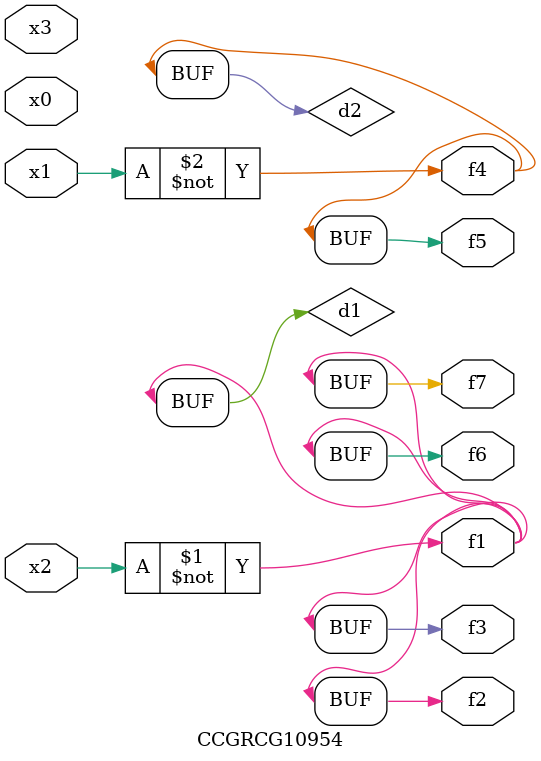
<source format=v>
module CCGRCG10954(
	input x0, x1, x2, x3,
	output f1, f2, f3, f4, f5, f6, f7
);

	wire d1, d2;

	xnor (d1, x2);
	not (d2, x1);
	assign f1 = d1;
	assign f2 = d1;
	assign f3 = d1;
	assign f4 = d2;
	assign f5 = d2;
	assign f6 = d1;
	assign f7 = d1;
endmodule

</source>
